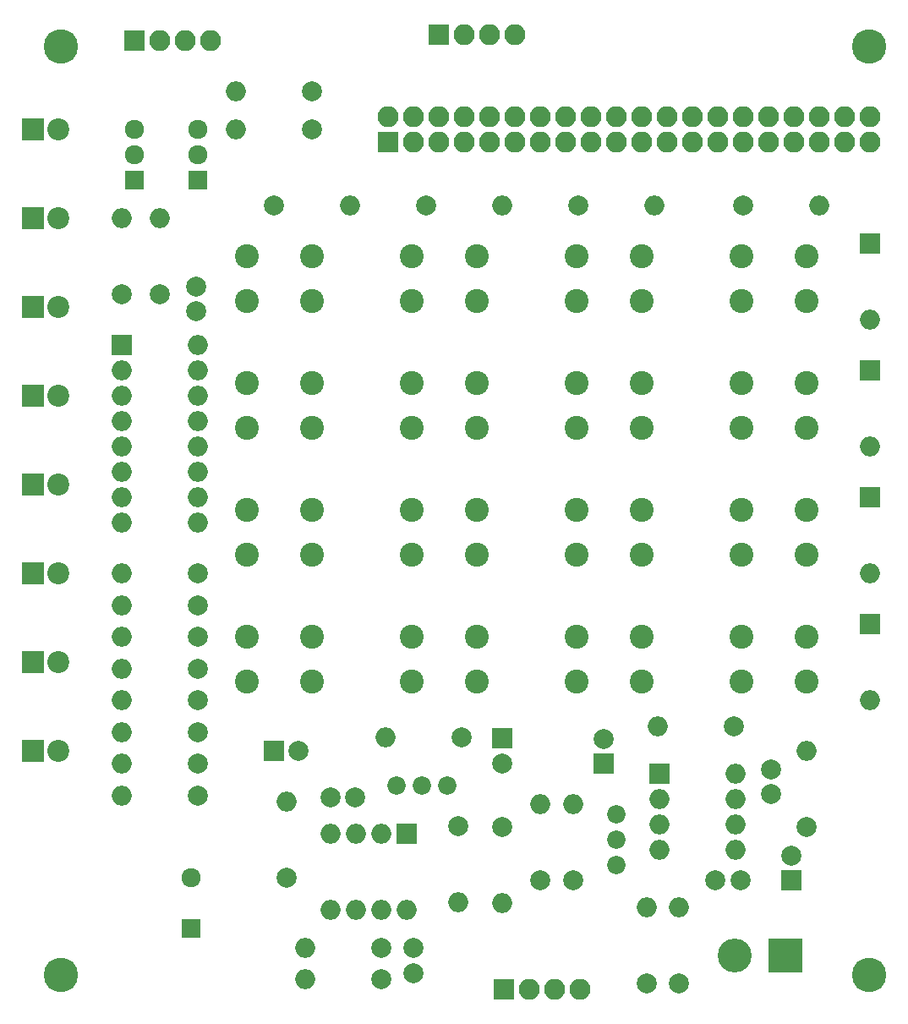
<source format=gbr>
G04 #@! TF.FileFunction,Soldermask,Top*
%FSLAX46Y46*%
G04 Gerber Fmt 4.6, Leading zero omitted, Abs format (unit mm)*
G04 Created by KiCad (PCBNEW 4.0.7) date 09/25/21 21:54:00*
%MOMM*%
%LPD*%
G01*
G04 APERTURE LIST*
%ADD10C,0.100000*%
%ADD11C,1.840000*%
%ADD12C,2.000000*%
%ADD13O,2.000000X2.000000*%
%ADD14R,2.200000X2.200000*%
%ADD15C,2.200000*%
%ADD16R,2.000000X2.000000*%
%ADD17R,2.100000X2.100000*%
%ADD18O,2.100000X2.100000*%
%ADD19C,2.400000*%
%ADD20C,3.448000*%
%ADD21C,1.920000*%
%ADD22R,1.920000X1.920000*%
%ADD23R,3.400000X3.400000*%
%ADD24C,3.400000*%
%ADD25R,1.924000X1.924000*%
%ADD26C,1.924000*%
G04 APERTURE END LIST*
D10*
D11*
X87630000Y-127000000D03*
X87630000Y-124460000D03*
X87630000Y-121920000D03*
X70770000Y-119000000D03*
X68230000Y-119000000D03*
X65690000Y-119000000D03*
D12*
X45720000Y-104140000D03*
D13*
X38100000Y-104140000D03*
D12*
X45570000Y-71550000D03*
X45570000Y-69050000D03*
D14*
X29210000Y-53340000D03*
D15*
X31750000Y-53340000D03*
D14*
X29210000Y-62230000D03*
D15*
X31750000Y-62230000D03*
D14*
X29210000Y-71120000D03*
D15*
X31750000Y-71120000D03*
D14*
X29210000Y-80010000D03*
D15*
X31750000Y-80010000D03*
D14*
X29210000Y-88900000D03*
D15*
X31750000Y-88900000D03*
D14*
X29210000Y-97790000D03*
D15*
X31750000Y-97790000D03*
D14*
X29210000Y-106680000D03*
D15*
X31750000Y-106680000D03*
D14*
X29210000Y-115570000D03*
D15*
X31750000Y-115570000D03*
D16*
X113030000Y-77470000D03*
D13*
X113030000Y-85090000D03*
D16*
X113030000Y-90170000D03*
D13*
X113030000Y-97790000D03*
D16*
X113030000Y-102870000D03*
D13*
X113030000Y-110490000D03*
D16*
X113030000Y-64770000D03*
D13*
X113030000Y-72390000D03*
D17*
X69850000Y-43815000D03*
D18*
X72390000Y-43815000D03*
X74930000Y-43815000D03*
X77470000Y-43815000D03*
D17*
X64770000Y-54610000D03*
D18*
X64770000Y-52070000D03*
X67310000Y-54610000D03*
X67310000Y-52070000D03*
X69850000Y-54610000D03*
X69850000Y-52070000D03*
X72390000Y-54610000D03*
X72390000Y-52070000D03*
X74930000Y-54610000D03*
X74930000Y-52070000D03*
X77470000Y-54610000D03*
X77470000Y-52070000D03*
X80010000Y-54610000D03*
X80010000Y-52070000D03*
X82550000Y-54610000D03*
X82550000Y-52070000D03*
X85090000Y-54610000D03*
X85090000Y-52070000D03*
X87630000Y-54610000D03*
X87630000Y-52070000D03*
X90170000Y-54610000D03*
X90170000Y-52070000D03*
X92710000Y-54610000D03*
X92710000Y-52070000D03*
X95250000Y-54610000D03*
X95250000Y-52070000D03*
X97790000Y-54610000D03*
X97790000Y-52070000D03*
X100330000Y-54610000D03*
X100330000Y-52070000D03*
X102870000Y-54610000D03*
X102870000Y-52070000D03*
X105410000Y-54610000D03*
X105410000Y-52070000D03*
X107950000Y-54610000D03*
X107950000Y-52070000D03*
X110490000Y-54610000D03*
X110490000Y-52070000D03*
X113030000Y-54610000D03*
X113030000Y-52070000D03*
D12*
X45720000Y-97790000D03*
D13*
X38100000Y-97790000D03*
D12*
X45720000Y-100965000D03*
D13*
X38100000Y-100965000D03*
D12*
X45720000Y-107315000D03*
D13*
X38100000Y-107315000D03*
D12*
X45720000Y-110490000D03*
D13*
X38100000Y-110490000D03*
D12*
X45720000Y-113665000D03*
D13*
X38100000Y-113665000D03*
D12*
X45720000Y-116840000D03*
D13*
X38100000Y-116840000D03*
D12*
X45720000Y-120015000D03*
D13*
X38100000Y-120015000D03*
D12*
X53340000Y-60960000D03*
D13*
X60960000Y-60960000D03*
D12*
X68580000Y-60960000D03*
D13*
X76200000Y-60960000D03*
D12*
X83820000Y-60960000D03*
D13*
X91440000Y-60960000D03*
D12*
X100330000Y-60960000D03*
D13*
X107950000Y-60960000D03*
D19*
X57150000Y-83240000D03*
X57150000Y-78740000D03*
X50650000Y-83240000D03*
X50650000Y-78740000D03*
X57150000Y-95940000D03*
X57150000Y-91440000D03*
X50650000Y-95940000D03*
X50650000Y-91440000D03*
X57150000Y-108640000D03*
X57150000Y-104140000D03*
X50650000Y-108640000D03*
X50650000Y-104140000D03*
X57150000Y-70540000D03*
X57150000Y-66040000D03*
X50650000Y-70540000D03*
X50650000Y-66040000D03*
X73660000Y-83240000D03*
X73660000Y-78740000D03*
X67160000Y-83240000D03*
X67160000Y-78740000D03*
X73660000Y-95940000D03*
X73660000Y-91440000D03*
X67160000Y-95940000D03*
X67160000Y-91440000D03*
X73660000Y-108640000D03*
X73660000Y-104140000D03*
X67160000Y-108640000D03*
X67160000Y-104140000D03*
X73660000Y-70540000D03*
X73660000Y-66040000D03*
X67160000Y-70540000D03*
X67160000Y-66040000D03*
X90170000Y-83240000D03*
X90170000Y-78740000D03*
X83670000Y-83240000D03*
X83670000Y-78740000D03*
X90170000Y-95940000D03*
X90170000Y-91440000D03*
X83670000Y-95940000D03*
X83670000Y-91440000D03*
X90170000Y-108640000D03*
X90170000Y-104140000D03*
X83670000Y-108640000D03*
X83670000Y-104140000D03*
X90170000Y-70540000D03*
X90170000Y-66040000D03*
X83670000Y-70540000D03*
X83670000Y-66040000D03*
X106680000Y-83240000D03*
X106680000Y-78740000D03*
X100180000Y-83240000D03*
X100180000Y-78740000D03*
X106680000Y-95940000D03*
X106680000Y-91440000D03*
X100180000Y-95940000D03*
X100180000Y-91440000D03*
X106680000Y-108640000D03*
X106680000Y-104140000D03*
X100180000Y-108640000D03*
X100180000Y-104140000D03*
X106680000Y-70540000D03*
X106680000Y-66040000D03*
X100180000Y-70540000D03*
X100180000Y-66040000D03*
D16*
X38100000Y-74930000D03*
D13*
X45720000Y-92710000D03*
X38100000Y-77470000D03*
X45720000Y-90170000D03*
X38100000Y-80010000D03*
X45720000Y-87630000D03*
X38100000Y-82550000D03*
X45720000Y-85090000D03*
X38100000Y-85090000D03*
X45720000Y-82550000D03*
X38100000Y-87630000D03*
X45720000Y-80010000D03*
X38100000Y-90170000D03*
X45720000Y-77470000D03*
X38100000Y-92710000D03*
X45720000Y-74930000D03*
D20*
X32000000Y-45000000D03*
X113000000Y-45000000D03*
X113000000Y-138000000D03*
X32000000Y-138000000D03*
D17*
X39370000Y-44450000D03*
D18*
X41910000Y-44450000D03*
X44450000Y-44450000D03*
X46990000Y-44450000D03*
D21*
X39370000Y-55880000D03*
X39370000Y-53340000D03*
D22*
X39370000Y-58420000D03*
D21*
X45720000Y-55880000D03*
X45720000Y-53340000D03*
D22*
X45720000Y-58420000D03*
D12*
X38100000Y-69850000D03*
D13*
X38100000Y-62230000D03*
D12*
X41910000Y-69850000D03*
D13*
X41910000Y-62230000D03*
D12*
X57150000Y-49530000D03*
D13*
X49530000Y-49530000D03*
D12*
X57150000Y-53340000D03*
D13*
X49530000Y-53340000D03*
D16*
X53340000Y-115570000D03*
D12*
X55840000Y-115570000D03*
X100076000Y-128524000D03*
X97576000Y-128524000D03*
X103124000Y-119888000D03*
X103124000Y-117388000D03*
X67310000Y-137795000D03*
X67310000Y-135295000D03*
D16*
X105156000Y-128524000D03*
D12*
X105156000Y-126024000D03*
D16*
X76200000Y-114300000D03*
D12*
X76200000Y-116800000D03*
D17*
X76400000Y-139400000D03*
D18*
X78940000Y-139400000D03*
X81480000Y-139400000D03*
X84020000Y-139400000D03*
D23*
X104600000Y-136000000D03*
D24*
X99520000Y-136000000D03*
D25*
X45085000Y-133350000D03*
D26*
X45085000Y-128270000D03*
D12*
X64135000Y-138430000D03*
D13*
X56515000Y-138430000D03*
D12*
X90675000Y-138850000D03*
D13*
X90675000Y-131230000D03*
D12*
X93950000Y-138800000D03*
D13*
X93950000Y-131180000D03*
D12*
X54610000Y-128270000D03*
D13*
X54610000Y-120650000D03*
D12*
X71830000Y-123090000D03*
D13*
X71830000Y-130710000D03*
D12*
X64135000Y-135255000D03*
D13*
X56515000Y-135255000D03*
D12*
X106680000Y-123190000D03*
D13*
X106680000Y-115570000D03*
D12*
X72130000Y-114210000D03*
D13*
X64510000Y-114210000D03*
D12*
X80010000Y-128524000D03*
D13*
X80010000Y-120904000D03*
D12*
X83312000Y-128524000D03*
D13*
X83312000Y-120904000D03*
D12*
X76200000Y-123190000D03*
D13*
X76200000Y-130810000D03*
D16*
X91948000Y-117856000D03*
D13*
X99568000Y-125476000D03*
X91948000Y-120396000D03*
X99568000Y-122936000D03*
X91948000Y-122936000D03*
X99568000Y-120396000D03*
X91948000Y-125476000D03*
X99568000Y-117856000D03*
D16*
X66675000Y-123825000D03*
D13*
X59055000Y-131445000D03*
X64135000Y-123825000D03*
X61595000Y-131445000D03*
X61595000Y-123825000D03*
X64135000Y-131445000D03*
X59055000Y-123825000D03*
X66675000Y-131445000D03*
D12*
X59010000Y-120210000D03*
X61510000Y-120210000D03*
D16*
X86360000Y-116840000D03*
D12*
X86360000Y-114340000D03*
X99400000Y-113120000D03*
D13*
X91780000Y-113120000D03*
M02*

</source>
